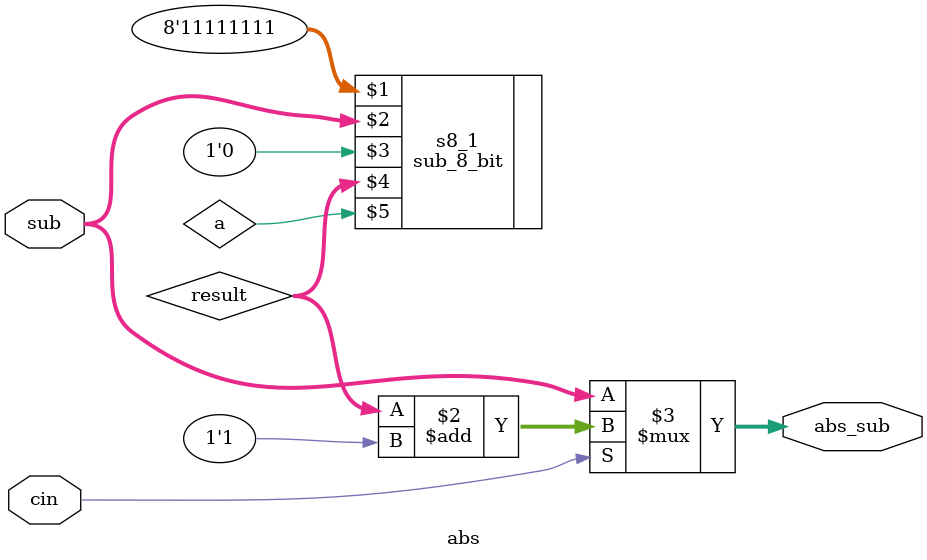
<source format=v>
module abs(
  input [7:0] sub,
  input cin,
  output [7:0] abs_sub
  );
  wire a;
  wire [7:0] result;
  
 sub_8_bit s8_1(8'b11111111, sub, 1'b0, result, a);
 assign abs_sub = (cin == 1)? (result+1'b1) : sub;
 
  
  endmodule

</source>
